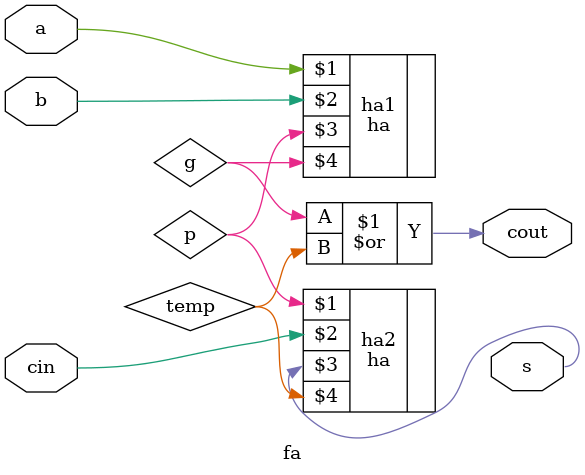
<source format=v>
module fa(input a, input b,input cin,output s,output cout);

    ha ha1 (a,b,p,g);
    ha ha2 (p,cin,s,temp);
    or (cout,g,temp);

endmodule
</source>
